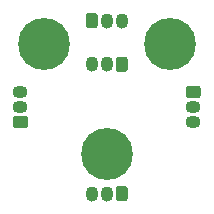
<source format=gbr>
%TF.GenerationSoftware,KiCad,Pcbnew,5.1.10*%
%TF.CreationDate,2021-12-26T17:28:59+01:00*%
%TF.ProjectId,cluster,636c7573-7465-4722-9e6b-696361645f70,rev?*%
%TF.SameCoordinates,Original*%
%TF.FileFunction,Soldermask,Bot*%
%TF.FilePolarity,Negative*%
%FSLAX46Y46*%
G04 Gerber Fmt 4.6, Leading zero omitted, Abs format (unit mm)*
G04 Created by KiCad (PCBNEW 5.1.10) date 2021-12-26 17:28:59*
%MOMM*%
%LPD*%
G01*
G04 APERTURE LIST*
%ADD10O,1.300000X1.050000*%
%ADD11O,1.050000X1.300000*%
%ADD12C,0.700000*%
%ADD13C,4.400000*%
G04 APERTURE END LIST*
D10*
%TO.C,U5*%
X166750000Y-93740000D03*
X166750000Y-95010000D03*
G36*
G01*
X167137500Y-96805000D02*
X166362500Y-96805000D01*
G75*
G02*
X166100000Y-96542500I0J262500D01*
G01*
X166100000Y-96017500D01*
G75*
G02*
X166362500Y-95755000I262500J0D01*
G01*
X167137500Y-95755000D01*
G75*
G02*
X167400000Y-96017500I0J-262500D01*
G01*
X167400000Y-96542500D01*
G75*
G02*
X167137500Y-96805000I-262500J0D01*
G01*
G37*
%TD*%
D11*
%TO.C,U4*%
X172790000Y-102340000D03*
X174060000Y-102340000D03*
G36*
G01*
X175855000Y-101952500D02*
X175855000Y-102727500D01*
G75*
G02*
X175592500Y-102990000I-262500J0D01*
G01*
X175067500Y-102990000D01*
G75*
G02*
X174805000Y-102727500I0J262500D01*
G01*
X174805000Y-101952500D01*
G75*
G02*
X175067500Y-101690000I262500J0D01*
G01*
X175592500Y-101690000D01*
G75*
G02*
X175855000Y-101952500I0J-262500D01*
G01*
G37*
%TD*%
D10*
%TO.C,U3*%
X181390000Y-96280000D03*
X181390000Y-95010000D03*
G36*
G01*
X181002500Y-93215000D02*
X181777500Y-93215000D01*
G75*
G02*
X182040000Y-93477500I0J-262500D01*
G01*
X182040000Y-94002500D01*
G75*
G02*
X181777500Y-94265000I-262500J0D01*
G01*
X181002500Y-94265000D01*
G75*
G02*
X180740000Y-94002500I0J262500D01*
G01*
X180740000Y-93477500D01*
G75*
G02*
X181002500Y-93215000I262500J0D01*
G01*
G37*
%TD*%
D11*
%TO.C,U2*%
X175330000Y-87690000D03*
X174060000Y-87690000D03*
G36*
G01*
X172265000Y-88077500D02*
X172265000Y-87302500D01*
G75*
G02*
X172527500Y-87040000I262500J0D01*
G01*
X173052500Y-87040000D01*
G75*
G02*
X173315000Y-87302500I0J-262500D01*
G01*
X173315000Y-88077500D01*
G75*
G02*
X173052500Y-88340000I-262500J0D01*
G01*
X172527500Y-88340000D01*
G75*
G02*
X172265000Y-88077500I0J262500D01*
G01*
G37*
%TD*%
%TO.C,U1*%
X172790000Y-91410000D03*
X174060000Y-91410000D03*
G36*
G01*
X175855000Y-91022500D02*
X175855000Y-91797500D01*
G75*
G02*
X175592500Y-92060000I-262500J0D01*
G01*
X175067500Y-92060000D01*
G75*
G02*
X174805000Y-91797500I0J262500D01*
G01*
X174805000Y-91022500D01*
G75*
G02*
X175067500Y-90760000I262500J0D01*
G01*
X175592500Y-90760000D01*
G75*
G02*
X175855000Y-91022500I0J-262500D01*
G01*
G37*
%TD*%
D12*
%TO.C,H3*%
X175226726Y-97803274D03*
X174060000Y-97320000D03*
X172893274Y-97803274D03*
X172410000Y-98970000D03*
X172893274Y-100136726D03*
X174060000Y-100620000D03*
X175226726Y-100136726D03*
X175710000Y-98970000D03*
D13*
X174060000Y-98970000D03*
%TD*%
D12*
%TO.C,H2*%
X169906726Y-88493274D03*
X168740000Y-88010000D03*
X167573274Y-88493274D03*
X167090000Y-89660000D03*
X167573274Y-90826726D03*
X168740000Y-91310000D03*
X169906726Y-90826726D03*
X170390000Y-89660000D03*
D13*
X168740000Y-89660000D03*
%TD*%
D12*
%TO.C,H1*%
X180566726Y-88533274D03*
X179400000Y-88050000D03*
X178233274Y-88533274D03*
X177750000Y-89700000D03*
X178233274Y-90866726D03*
X179400000Y-91350000D03*
X180566726Y-90866726D03*
X181050000Y-89700000D03*
D13*
X179400000Y-89700000D03*
%TD*%
M02*

</source>
